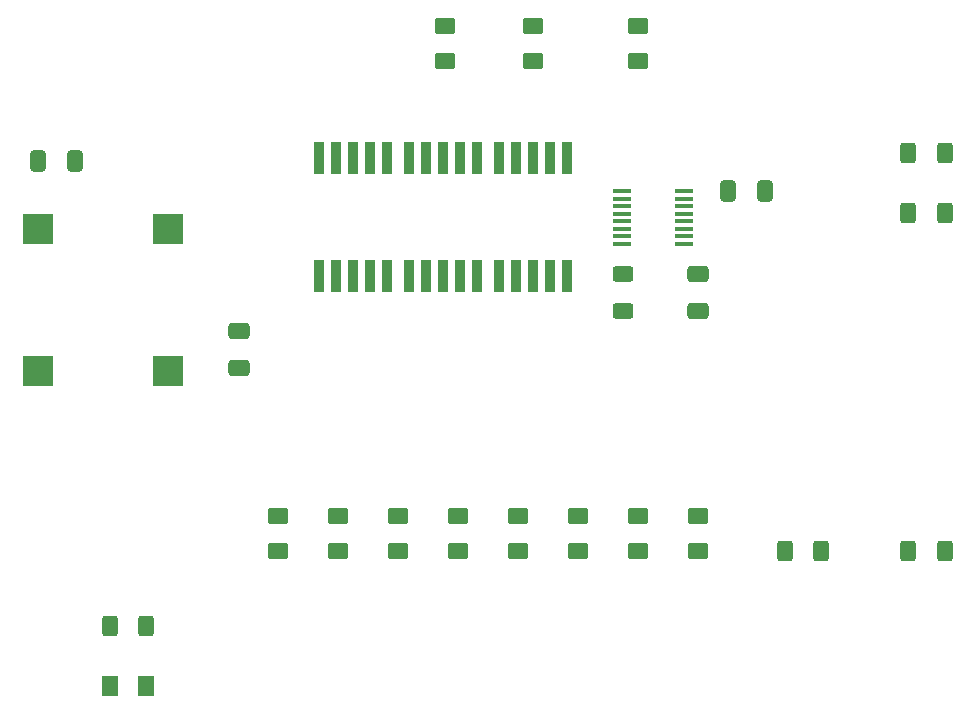
<source format=gbr>
%TF.GenerationSoftware,KiCad,Pcbnew,7.0.10*%
%TF.CreationDate,2024-01-16T10:06:46-06:00*%
%TF.ProjectId,byte,62797465-2e6b-4696-9361-645f70636258,C*%
%TF.SameCoordinates,Original*%
%TF.FileFunction,Paste,Top*%
%TF.FilePolarity,Positive*%
%FSLAX46Y46*%
G04 Gerber Fmt 4.6, Leading zero omitted, Abs format (unit mm)*
G04 Created by KiCad (PCBNEW 7.0.10) date 2024-01-16 10:06:46*
%MOMM*%
%LPD*%
G01*
G04 APERTURE LIST*
G04 Aperture macros list*
%AMRoundRect*
0 Rectangle with rounded corners*
0 $1 Rounding radius*
0 $2 $3 $4 $5 $6 $7 $8 $9 X,Y pos of 4 corners*
0 Add a 4 corners polygon primitive as box body*
4,1,4,$2,$3,$4,$5,$6,$7,$8,$9,$2,$3,0*
0 Add four circle primitives for the rounded corners*
1,1,$1+$1,$2,$3*
1,1,$1+$1,$4,$5*
1,1,$1+$1,$6,$7*
1,1,$1+$1,$8,$9*
0 Add four rect primitives between the rounded corners*
20,1,$1+$1,$2,$3,$4,$5,0*
20,1,$1+$1,$4,$5,$6,$7,0*
20,1,$1+$1,$6,$7,$8,$9,0*
20,1,$1+$1,$8,$9,$2,$3,0*%
G04 Aperture macros list end*
%ADD10RoundRect,0.250000X0.400000X0.625000X-0.400000X0.625000X-0.400000X-0.625000X0.400000X-0.625000X0*%
%ADD11RoundRect,0.250001X0.624999X-0.462499X0.624999X0.462499X-0.624999X0.462499X-0.624999X-0.462499X0*%
%ADD12RoundRect,0.250001X-0.624999X0.462499X-0.624999X-0.462499X0.624999X-0.462499X0.624999X0.462499X0*%
%ADD13RoundRect,0.250000X-0.625000X0.400000X-0.625000X-0.400000X0.625000X-0.400000X0.625000X0.400000X0*%
%ADD14RoundRect,0.250000X-0.412500X-0.650000X0.412500X-0.650000X0.412500X0.650000X-0.412500X0.650000X0*%
%ADD15RoundRect,0.250000X0.650000X-0.412500X0.650000X0.412500X-0.650000X0.412500X-0.650000X-0.412500X0*%
%ADD16R,0.900000X2.800000*%
%ADD17R,2.500000X2.500000*%
%ADD18RoundRect,0.250000X-0.400000X-0.625000X0.400000X-0.625000X0.400000X0.625000X-0.400000X0.625000X0*%
%ADD19RoundRect,0.250001X-0.462499X-0.624999X0.462499X-0.624999X0.462499X0.624999X-0.462499X0.624999X0*%
%ADD20RoundRect,0.250000X-0.650000X0.412500X-0.650000X-0.412500X0.650000X-0.412500X0.650000X0.412500X0*%
%ADD21R,1.600000X0.410000*%
G04 APERTURE END LIST*
D10*
%TO.C,R2*%
X149150000Y-61595000D03*
X146050000Y-61595000D03*
%TD*%
D11*
%TO.C,D2*%
X123190000Y-95250000D03*
X123190000Y-92275000D03*
%TD*%
%TO.C,D8*%
X92710000Y-95250000D03*
X92710000Y-92275000D03*
%TD*%
%TO.C,D1*%
X128270000Y-95250000D03*
X128270000Y-92275000D03*
%TD*%
D12*
%TO.C,D13*%
X106815000Y-50800000D03*
X106815000Y-53775000D03*
%TD*%
D10*
%TO.C,R4*%
X149150000Y-66675000D03*
X146050000Y-66675000D03*
%TD*%
%TO.C,R5*%
X149150000Y-95250000D03*
X146050000Y-95250000D03*
%TD*%
D13*
%TO.C,R3*%
X121920000Y-71819500D03*
X121920000Y-74919500D03*
%TD*%
D14*
%TO.C,C2*%
X72390000Y-62230000D03*
X75515000Y-62230000D03*
%TD*%
D15*
%TO.C,C3*%
X89408000Y-79756000D03*
X89408000Y-76631000D03*
%TD*%
D16*
%TO.C,D11*%
X103800000Y-72019500D03*
X105240000Y-72019500D03*
X106680000Y-72019500D03*
X108120000Y-72019500D03*
X109560000Y-72019500D03*
X109560000Y-62019500D03*
X108120000Y-62019500D03*
X106680000Y-62019500D03*
X105240000Y-62019500D03*
X103800000Y-62019500D03*
%TD*%
D17*
%TO.C,PS1*%
X72390000Y-68010000D03*
X83390000Y-68010000D03*
X83390000Y-80010000D03*
X72390000Y-80010000D03*
%TD*%
D12*
%TO.C,D15*%
X123190000Y-50800000D03*
X123190000Y-53775000D03*
%TD*%
D14*
%TO.C,C6*%
X130810000Y-64770000D03*
X133935000Y-64770000D03*
%TD*%
D11*
%TO.C,D3*%
X118110000Y-95250000D03*
X118110000Y-92275000D03*
%TD*%
%TO.C,D6*%
X102870000Y-95250000D03*
X102870000Y-92275000D03*
%TD*%
D16*
%TO.C,D12*%
X111420000Y-72017500D03*
X112860000Y-72017500D03*
X114300000Y-72017500D03*
X115740000Y-72017500D03*
X117180000Y-72017500D03*
X117180000Y-62017500D03*
X115740000Y-62017500D03*
X114300000Y-62017500D03*
X112860000Y-62017500D03*
X111420000Y-62017500D03*
%TD*%
D11*
%TO.C,D5*%
X107950000Y-95250000D03*
X107950000Y-92275000D03*
%TD*%
D12*
%TO.C,D14*%
X114300000Y-50800000D03*
X114300000Y-53775000D03*
%TD*%
D18*
%TO.C,R1*%
X78460000Y-101600000D03*
X81560000Y-101600000D03*
%TD*%
D10*
%TO.C,R6*%
X138710000Y-95250000D03*
X135610000Y-95250000D03*
%TD*%
D16*
%TO.C,D10*%
X96180000Y-72019500D03*
X97620000Y-72019500D03*
X99060000Y-72019500D03*
X100500000Y-72019500D03*
X101940000Y-72019500D03*
X101940000Y-62019500D03*
X100500000Y-62019500D03*
X99060000Y-62019500D03*
X97620000Y-62019500D03*
X96180000Y-62019500D03*
%TD*%
D11*
%TO.C,D7*%
X97790000Y-95250000D03*
X97790000Y-92275000D03*
%TD*%
%TO.C,D4*%
X113030000Y-95250000D03*
X113030000Y-92275000D03*
%TD*%
D19*
%TO.C,D9*%
X78522500Y-106680000D03*
X81497500Y-106680000D03*
%TD*%
D20*
%TO.C,C7*%
X128270000Y-71807000D03*
X128270000Y-74932000D03*
%TD*%
D21*
%TO.C,U3*%
X121805700Y-64797000D03*
X121805700Y-65432000D03*
X121805700Y-66067000D03*
X121805700Y-66702000D03*
X121805700Y-67337000D03*
X121805700Y-67972000D03*
X121805700Y-68607000D03*
X121805700Y-69242000D03*
X127114300Y-69242000D03*
X127114300Y-68607000D03*
X127114300Y-67972000D03*
X127114300Y-67337000D03*
X127114300Y-66702000D03*
X127114300Y-66067000D03*
X127114300Y-65432000D03*
X127114300Y-64797000D03*
%TD*%
M02*

</source>
